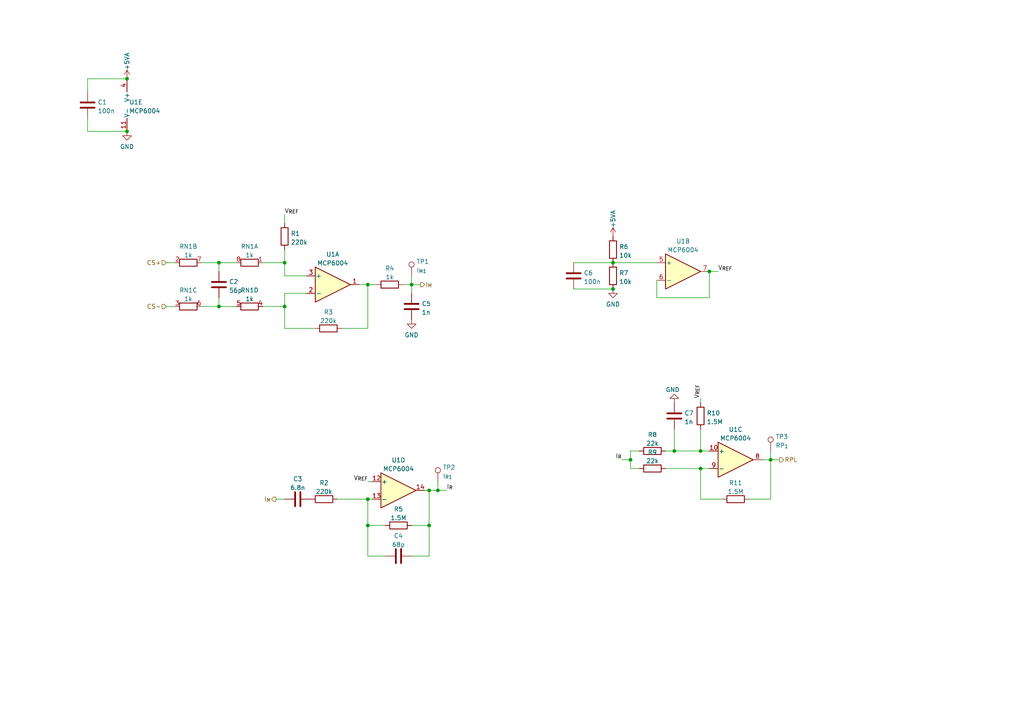
<source format=kicad_sch>
(kicad_sch (version 20230121) (generator eeschema)
  (paper "A4")
  (lib_symbols
    (symbol "Amplifier_Operational:MCP6004" (pin_names (offset 0.127))
      (property "Reference" "U" (at 0 5.08 0))
      (property "Value" "MCP6004" (at 0 -5.08 0))
      (symbol "MCP6004_1_1"
        (polyline (pts (xy -5.08 5.08) (xy 5.08 0) (xy -5.08 -5.08) (xy -5.08 5.08)) (stroke (width 0.254)) (fill (type background)))
        (pin output line (at 7.62 0 180) (length 2.54) (name "~") (number "1"))
        (pin input line (at -7.62 -2.54 0) (length 2.54) (name "-") (number "2"))
        (pin input line (at -7.62 2.54 0) (length 2.54) (name "+") (number "3"))
      )
      (symbol "MCP6004_2_1"
        (polyline (pts (xy -5.08 5.08) (xy 5.08 0) (xy -5.08 -5.08) (xy -5.08 5.08)) (stroke (width 0.254)) (fill (type background)))
        (pin input line (at -7.62 2.54 0) (length 2.54) (name "+") (number "5"))
        (pin input line (at -7.62 -2.54 0) (length 2.54) (name "-") (number "6"))
        (pin output line (at 7.62 0 180) (length 2.54) (name "~") (number "7"))
      )
      (symbol "MCP6004_3_1"
        (polyline (pts (xy -5.08 5.08) (xy 5.08 0) (xy -5.08 -5.08) (xy -5.08 5.08)) (stroke (width 0.254)) (fill (type background)))
        (pin input line (at -7.62 2.54 0) (length 2.54) (name "+") (number "10"))
        (pin output line (at 7.62 0 180) (length 2.54) (name "~") (number "8"))
        (pin input line (at -7.62 -2.54 0) (length 2.54) (name "-") (number "9"))
      )
      (symbol "MCP6004_4_1"
        (polyline (pts (xy -5.08 5.08) (xy 5.08 0) (xy -5.08 -5.08) (xy -5.08 5.08)) (stroke (width 0.254)) (fill (type background)))
        (pin input line (at -7.62 2.54 0) (length 2.54) (name "+") (number "12"))
        (pin input line (at -7.62 -2.54 0) (length 2.54) (name "-") (number "13"))
        (pin output line (at 7.62 0 180) (length 2.54) (name "~") (number "14"))
      )
      (symbol "MCP6004_5_1"
        (pin power_in line (at -2.54 -7.62 90) (length 3.81) (name "V-") (number "11"))
        (pin power_in line (at -2.54 7.62 270) (length 3.81) (name "V+") (number "4"))
      )
    )
    (symbol "Connector:TestPoint" (pin_numbers hide) (pin_names (offset 0.762) hide)
      (property "Reference" "TP" (at 0 6.858 0))
      (property "Value" "TestPoint" (at 0 5.08 0))
      (symbol "TestPoint_0_1"
        (circle (center 0 3.302) (radius 0.762))
      )
      (symbol "TestPoint_1_1"
        (pin passive line (at 0 0 90) (length 2.54) (name "1") (number "1"))
      )
    )
    (symbol "Device:C" (pin_numbers hide) (pin_names (offset 0.254))
      (property "Reference" "C" (at 0.635 2.54 0))
      (property "Value" "C" (at 0.635 -2.54 0))
      (symbol "C_0_1"
        (polyline (pts (xy -2.032 -0.762) (xy 2.032 -0.762)) (stroke (width 0.508)))
        (polyline (pts (xy -2.032 0.762) (xy 2.032 0.762)) (stroke (width 0.508)))
      )
      (symbol "C_1_1"
        (pin passive line (at 0 3.81 270) (length 2.794) (name "~") (number "1"))
        (pin passive line (at 0 -3.81 90) (length 2.794) (name "~") (number "2"))
      )
    )
    (symbol "Device:R" (pin_numbers hide) (pin_names (offset 0))
      (property "Reference" "R" (at 2.032 0 90))
      (property "Value" "R" (at 0 0 90))
      (symbol "R_0_1"
        (rectangle (start -1.016 -2.54) (end 1.016 2.54) (stroke (width 0.254)))
      )
      (symbol "R_1_1"
        (pin passive line (at 0 3.81 270) (length 1.27) (name "~") (number "1"))
        (pin passive line (at 0 -3.81 90) (length 1.27) (name "~") (number "2"))
      )
    )
    (symbol "Device:R_Pack04_Split" (pin_names (offset 0) hide)
      (property "Reference" "RN" (at 2.032 0 90))
      (property "Value" "R_Pack04_Split" (at 0 0 90))
      (symbol "R_Pack04_Split_0_1"
        (rectangle (start 1.016 2.54) (end -1.016 -2.54) (stroke (width 0.254)))
      )
      (symbol "R_Pack04_Split_1_1"
        (pin passive line (at 0 -3.81 90) (length 1.27) (name "R1.1") (number "1"))
        (pin passive line (at 0 3.81 270) (length 1.27) (name "R1.2") (number "8"))
      )
      (symbol "R_Pack04_Split_2_1"
        (pin passive line (at 0 -3.81 90) (length 1.27) (name "R2.1") (number "2"))
        (pin passive line (at 0 3.81 270) (length 1.27) (name "R2.2") (number "7"))
      )
      (symbol "R_Pack04_Split_3_1"
        (pin passive line (at 0 -3.81 90) (length 1.27) (name "R3.1") (number "3"))
        (pin passive line (at 0 3.81 270) (length 1.27) (name "R3.2") (number "6"))
      )
      (symbol "R_Pack04_Split_4_1"
        (pin passive line (at 0 -3.81 90) (length 1.27) (name "R4.1") (number "4"))
        (pin passive line (at 0 3.81 270) (length 1.27) (name "R4.2") (number "5"))
      )
    )
    (symbol "power:+5VA" (power) (pin_names (offset 0))
      (property "Value" "+5VA" (at 0 3.556 0))
      (symbol "+5VA_0_1"
        (polyline (pts (xy -0.762 1.27) (xy 0 2.54)))
        (polyline (pts (xy 0 0) (xy 0 2.54)))
        (polyline (pts (xy 0 2.54) (xy 0.762 1.27)))
      )
      (symbol "+5VA_1_1"
        (pin power_in line (at 0 0 90) (length 0) hide (name "+5VA") (number "1"))
      )
    )
    (symbol "power:GND" (power) (pin_names (offset 0))
      (property "Value" "GND" (at 0 -3.81 0))
      (symbol "GND_0_1"
        (polyline (pts (xy 0 0) (xy 0 -1.27) (xy 1.27 -1.27) (xy 0 -2.54) (xy -1.27 -1.27) (xy 0 -1.27)))
      )
      (symbol "GND_1_1"
        (pin power_in line (at 0 0 270) (length 0) hide (name "GND") (number "1"))
      )
    )
  )
  (junction (at 106.68 152.4))
  (junction (at 36.83 22.86))
  (junction (at 36.83 38.1))
  (junction (at 195.58 130.81))
  (junction (at 63.5 76.2))
  (junction (at 223.52 133.35))
  (junction (at 127 142.24))
  (junction (at 124.46 142.24))
  (junction (at 106.68 144.78))
  (junction (at 82.55 88.9))
  (junction (at 177.8 83.82))
  (junction (at 203.2 130.81))
  (junction (at 205.74 78.74))
  (junction (at 203.2 135.89))
  (junction (at 177.8 76.2))
  (junction (at 82.55 76.2))
  (junction (at 124.46 152.4))
  (junction (at 63.5 88.9))
  (junction (at 106.68 82.55))
  (junction (at 119.38 82.55))
  (junction (at 182.88 133.35))
  (wire (pts (xy 58.42 76.2) (xy 63.5 76.2)))
  (wire (pts (xy 106.68 144.78) (xy 107.95 144.78)))
  (wire (pts (xy 223.52 144.78) (xy 223.52 133.35)))
  (wire (pts (xy 127 139.7) (xy 127 142.24)))
  (wire (pts (xy 119.38 161.29) (xy 124.46 161.29)))
  (wire (pts (xy 182.88 135.89) (xy 182.88 133.35)))
  (wire (pts (xy 124.46 142.24) (xy 127 142.24)))
  (wire (pts (xy 205.74 78.74) (xy 208.28 78.74)))
  (wire (pts (xy 195.58 130.81) (xy 203.2 130.81)))
  (wire (pts (xy 182.88 130.81) (xy 185.42 130.81)))
  (wire (pts (xy 182.88 133.35) (xy 182.88 130.81)))
  (wire (pts (xy 166.37 83.82) (xy 177.8 83.82)))
  (wire (pts (xy 185.42 135.89) (xy 182.88 135.89)))
  (wire (pts (xy 111.76 152.4) (xy 106.68 152.4)))
  (wire (pts (xy 177.8 76.2) (xy 190.5 76.2)))
  (wire (pts (xy 58.42 88.9) (xy 63.5 88.9)))
  (wire (pts (xy 106.68 82.55) (xy 104.14 82.55)))
  (wire (pts (xy 193.04 135.89) (xy 203.2 135.89)))
  (wire (pts (xy 82.55 72.39) (xy 82.55 76.2)))
  (wire (pts (xy 111.76 161.29) (xy 106.68 161.29)))
  (wire (pts (xy 203.2 115.57) (xy 203.2 116.84)))
  (wire (pts (xy 82.55 76.2) (xy 82.55 80.01)))
  (wire (pts (xy 209.55 144.78) (xy 203.2 144.78)))
  (wire (pts (xy 80.01 144.78) (xy 82.55 144.78)))
  (wire (pts (xy 106.68 161.29) (xy 106.68 152.4)))
  (wire (pts (xy 97.79 144.78) (xy 106.68 144.78)))
  (wire (pts (xy 63.5 76.2) (xy 63.5 78.74)))
  (wire (pts (xy 119.38 82.55) (xy 121.92 82.55)))
  (wire (pts (xy 99.06 95.25) (xy 106.68 95.25)))
  (wire (pts (xy 217.17 144.78) (xy 223.52 144.78)))
  (wire (pts (xy 82.55 88.9) (xy 76.2 88.9)))
  (wire (pts (xy 124.46 161.29) (xy 124.46 152.4)))
  (wire (pts (xy 203.2 124.46) (xy 203.2 130.81)))
  (wire (pts (xy 48.26 76.2) (xy 50.8 76.2)))
  (wire (pts (xy 223.52 133.35) (xy 220.98 133.35)))
  (wire (pts (xy 63.5 76.2) (xy 68.58 76.2)))
  (wire (pts (xy 223.52 130.81) (xy 223.52 133.35)))
  (wire (pts (xy 25.4 22.86) (xy 36.83 22.86)))
  (wire (pts (xy 203.2 130.81) (xy 205.74 130.81)))
  (wire (pts (xy 63.5 86.36) (xy 63.5 88.9)))
  (wire (pts (xy 106.68 95.25) (xy 106.68 82.55)))
  (wire (pts (xy 25.4 34.29) (xy 25.4 38.1)))
  (wire (pts (xy 63.5 88.9) (xy 68.58 88.9)))
  (wire (pts (xy 124.46 142.24) (xy 123.19 142.24)))
  (wire (pts (xy 190.5 81.28) (xy 190.5 86.36)))
  (wire (pts (xy 25.4 26.67) (xy 25.4 22.86)))
  (wire (pts (xy 190.5 86.36) (xy 205.74 86.36)))
  (wire (pts (xy 119.38 85.09) (xy 119.38 82.55)))
  (wire (pts (xy 195.58 124.46) (xy 195.58 130.81)))
  (wire (pts (xy 48.26 88.9) (xy 50.8 88.9)))
  (wire (pts (xy 119.38 152.4) (xy 124.46 152.4)))
  (wire (pts (xy 106.68 152.4) (xy 106.68 144.78)))
  (wire (pts (xy 82.55 80.01) (xy 88.9 80.01)))
  (wire (pts (xy 180.34 133.35) (xy 182.88 133.35)))
  (wire (pts (xy 166.37 76.2) (xy 177.8 76.2)))
  (wire (pts (xy 193.04 130.81) (xy 195.58 130.81)))
  (wire (pts (xy 127 142.24) (xy 129.54 142.24)))
  (wire (pts (xy 223.52 133.35) (xy 226.06 133.35)))
  (wire (pts (xy 119.38 82.55) (xy 116.84 82.55)))
  (wire (pts (xy 76.2 76.2) (xy 82.55 76.2)))
  (wire (pts (xy 119.38 80.01) (xy 119.38 82.55)))
  (wire (pts (xy 82.55 85.09) (xy 82.55 88.9)))
  (wire (pts (xy 106.68 139.7) (xy 107.95 139.7)))
  (wire (pts (xy 203.2 144.78) (xy 203.2 135.89)))
  (wire (pts (xy 82.55 88.9) (xy 82.55 95.25)))
  (wire (pts (xy 88.9 85.09) (xy 82.55 85.09)))
  (wire (pts (xy 205.74 86.36) (xy 205.74 78.74)))
  (wire (pts (xy 91.44 95.25) (xy 82.55 95.25)))
  (wire (pts (xy 106.68 82.55) (xy 109.22 82.55)))
  (wire (pts (xy 203.2 135.89) (xy 205.74 135.89)))
  (wire (pts (xy 82.55 62.23) (xy 82.55 64.77)))
  (wire (pts (xy 124.46 152.4) (xy 124.46 142.24)))
  (wire (pts (xy 25.4 38.1) (xy 36.83 38.1)))
  (label "V_{REF}" (at 203.2 115.57 90))
  (label "V_{REF}" (at 208.28 78.74 0))
  (label "I_{R}" (at 180.34 133.35 180))
  (label "I_{R}" (at 129.54 142.24 0))
  (label "V_{REF}" (at 106.68 139.7 180))
  (label "V_{REF}" (at 82.55 62.23 0))
  (hierarchical_label "RPL" (shape output) (at 226.06 133.35 0))
  (hierarchical_label "I_{M}" (shape output) (at 80.01 144.78 180))
  (hierarchical_label "I_{M}" (shape output) (at 121.92 82.55 0))
  (hierarchical_label "CS-" (shape input) (at 48.26 88.9 180))
  (hierarchical_label "CS+" (shape input) (at 48.26 76.2 180))
  (symbol (lib_id "Device:R") (at 189.23 135.89 90) (unit 1)
    (property "Reference" "R9" (at 189.23 131.1742 90))
    (property "Value" "22k" (at 189.23 133.7111 90))
    (property "Footprint" "Resistor_SMD:R_0402_1005Metric" (effects hide))
  )
  (symbol (lib_id "power:GND") (at 36.83 38.1 0) (unit 1)
    (property "Reference" "#PWR02" (effects hide))
    (property "Value" "GND" (at 36.83 42.5434 0))
  )
  (symbol (lib_id "Amplifier_Operational:MCP6004") (at 198.12 78.74 0) (unit 2)
    (property "Reference" "U1" (at 198.12 69.9602 0))
    (property "Value" "MCP6004" (at 198.12 72.4971 0))
    (property "Footprint" "Package_SO:TSSOP-14_4.4x5mm_P0.65mm" (effects hide))
    (property "Datasheet" "http://ww1.microchip.com/downloads/en/DeviceDoc/21733j.pdf" (effects hide))
  )
  (symbol (lib_id "power:GND") (at 177.8 83.82 0) (unit 1)
    (property "Reference" "#PWR05" (effects hide))
    (property "Value" "GND" (at 177.8 88.2634 0))
  )
  (symbol (lib_id "Amplifier_Operational:MCP6004") (at 115.57 142.24 0) (unit 4)
    (property "Reference" "U1" (at 115.57 133.4602 0))
    (property "Value" "MCP6004" (at 115.57 135.9971 0))
    (property "Footprint" "Package_SO:TSSOP-14_4.4x5mm_P0.65mm" (effects hide))
    (property "Datasheet" "http://ww1.microchip.com/downloads/en/DeviceDoc/21733j.pdf" (effects hide))
  )
  (symbol (lib_id "power:GND") (at 195.58 116.84 180) (unit 1)
    (property "Reference" "#PWR06" (effects hide))
    (property "Value" "GND" (at 193.04 113.03 0) (effects (justify right)))
  )
  (symbol (lib_id "Connector:TestPoint") (at 127 139.7 0) (unit 1)
    (property "Reference" "TP2" (at 128.397 135.5633 0) (effects (justify left)))
    (property "Value" "I_{R1}" (at 128.397 138.1002 0) (effects (justify left)))
    (property "Footprint" "prj_lib:TestPoint_THTPad_D1.0mm_Drill0.5mm" (effects hide))
  )
  (symbol (lib_id "Device:R") (at 203.2 120.65 180) (unit 1)
    (property "Reference" "R10" (at 204.978 119.8153 0) (effects (justify right)))
    (property "Value" "1.5M" (at 204.978 122.3522 0) (effects (justify right)))
    (property "Footprint" "Resistor_SMD:R_0402_1005Metric" (effects hide))
  )
  (symbol (lib_id "Amplifier_Operational:MCP6004") (at 96.52 82.55 0) (unit 1)
    (property "Reference" "U1" (at 96.52 73.7702 0))
    (property "Value" "MCP6004" (at 96.52 76.3071 0))
    (property "Footprint" "Package_SO:TSSOP-14_4.4x5mm_P0.65mm" (effects hide))
    (property "Datasheet" "http://ww1.microchip.com/downloads/en/DeviceDoc/21733j.pdf" (effects hide))
  )
  (symbol (lib_id "Device:R") (at 213.36 144.78 270) (unit 1)
    (property "Reference" "R11" (at 213.36 140.0642 90))
    (property "Value" "1.5M" (at 213.36 142.6011 90))
    (property "Footprint" "Resistor_SMD:R_0402_1005Metric" (effects hide))
  )
  (symbol (lib_id "Device:R") (at 113.03 82.55 90) (unit 1)
    (property "Reference" "R4" (at 113.03 77.8342 90))
    (property "Value" "1k" (at 113.03 80.3711 90))
    (property "Footprint" "Resistor_SMD:R_0402_1005Metric" (effects hide))
  )
  (symbol (lib_id "Connector:TestPoint") (at 119.38 80.01 0) (unit 1)
    (property "Reference" "TP1" (at 120.777 75.8733 0) (effects (justify left)))
    (property "Value" "I_{M1}" (at 120.777 78.4102 0) (effects (justify left)))
    (property "Footprint" "prj_lib:TestPoint_THTPad_D1.0mm_Drill0.5mm" (effects hide))
  )
  (symbol (lib_id "Connector:TestPoint") (at 223.52 130.81 0) (unit 1)
    (property "Reference" "TP3" (at 224.917 126.6733 0) (effects (justify left)))
    (property "Value" "RP_{1}" (at 224.917 129.2102 0) (effects (justify left)))
    (property "Footprint" "prj_lib:TestPoint_THTPad_D1.0mm_Drill0.5mm" (effects hide))
  )
  (symbol (lib_id "Device:R") (at 95.25 95.25 90) (unit 1)
    (property "Reference" "R3" (at 95.25 90.5342 90))
    (property "Value" "220k" (at 95.25 93.0711 90))
    (property "Footprint" "Resistor_SMD:R_0402_1005Metric" (effects hide))
  )
  (symbol (lib_id "Device:R_Pack04_Split") (at 54.61 76.2 270) (unit 2)
    (property "Reference" "RN1" (at 54.61 71.4842 90))
    (property "Value" "1k" (at 54.61 74.0211 90))
    (property "Footprint" "Resistor_SMD:R_Array_Convex_4x0402" (effects hide))
  )
  (symbol (lib_id "Amplifier_Operational:MCP6004") (at 213.36 133.35 0) (unit 3)
    (property "Reference" "U1" (at 213.36 124.5702 0))
    (property "Value" "MCP6004" (at 213.36 127.1071 0))
    (property "Footprint" "Package_SO:TSSOP-14_4.4x5mm_P0.65mm" (effects hide))
    (property "Datasheet" "http://ww1.microchip.com/downloads/en/DeviceDoc/21733j.pdf" (effects hide))
  )
  (symbol (lib_id "Device:R_Pack04_Split") (at 54.61 88.9 270) (unit 3)
    (property "Reference" "RN1" (at 54.61 84.1842 90))
    (property "Value" "1k" (at 54.61 86.7211 90))
    (property "Footprint" "Resistor_SMD:R_Array_Convex_4x0402" (effects hide))
  )
  (symbol (lib_id "power:GND") (at 119.38 92.71 0) (unit 1)
    (property "Reference" "#PWR03" (effects hide))
    (property "Value" "GND" (at 119.38 97.1534 0))
  )
  (symbol (lib_id "Device:R") (at 82.55 68.58 180) (unit 1)
    (property "Reference" "R1" (at 84.328 67.7453 0) (effects (justify right)))
    (property "Value" "220k" (at 84.328 70.2822 0) (effects (justify right)))
    (property "Footprint" "Resistor_SMD:R_0402_1005Metric" (effects hide))
  )
  (symbol (lib_id "Device:C") (at 86.36 144.78 90) (unit 1)
    (property "Reference" "C3" (at 86.36 138.9212 90))
    (property "Value" "6.8n" (at 86.36 141.4581 90))
    (property "Footprint" "Capacitor_SMD:C_0402_1005Metric" (effects hide))
  )
  (symbol (lib_id "Device:C") (at 115.57 161.29 90) (unit 1)
    (property "Reference" "C4" (at 115.57 155.4312 90))
    (property "Value" "68p" (at 115.57 157.9681 90))
    (property "Footprint" "Capacitor_SMD:C_0402_1005Metric" (effects hide))
  )
  (symbol (lib_id "Device:R") (at 177.8 80.01 180) (unit 1)
    (property "Reference" "R7" (at 179.578 79.1753 0) (effects (justify right)))
    (property "Value" "10k" (at 179.578 81.7122 0) (effects (justify right)))
    (property "Footprint" "Resistor_SMD:R_0402_1005Metric" (effects hide))
  )
  (symbol (lib_id "Device:C") (at 25.4 30.48 0) (unit 1)
    (property "Reference" "C1" (at 28.321 29.6453 0) (effects (justify left)))
    (property "Value" "100n" (at 28.321 32.1822 0) (effects (justify left)))
    (property "Footprint" "Capacitor_SMD:C_0402_1005Metric" (effects hide))
  )
  (symbol (lib_id "Device:R") (at 189.23 130.81 90) (unit 1)
    (property "Reference" "R8" (at 189.23 126.0942 90))
    (property "Value" "22k" (at 189.23 128.6311 90))
    (property "Footprint" "Resistor_SMD:R_0402_1005Metric" (effects hide))
  )
  (symbol (lib_id "Device:C") (at 166.37 80.01 0) (unit 1)
    (property "Reference" "C6" (at 169.291 79.1753 0) (effects (justify left)))
    (property "Value" "100n" (at 169.291 81.7122 0) (effects (justify left)))
    (property "Footprint" "Capacitor_SMD:C_0402_1005Metric" (effects hide))
  )
  (symbol (lib_id "Device:R") (at 115.57 152.4 90) (unit 1)
    (property "Reference" "R5" (at 115.57 147.6842 90))
    (property "Value" "1.5M" (at 115.57 150.2211 90))
    (property "Footprint" "Resistor_SMD:R_0402_1005Metric" (effects hide))
  )
  (symbol (lib_id "Device:R") (at 93.98 144.78 90) (unit 1)
    (property "Reference" "R2" (at 93.98 140.0642 90))
    (property "Value" "220k" (at 93.98 142.6011 90))
    (property "Footprint" "Resistor_SMD:R_0402_1005Metric" (effects hide))
  )
  (symbol (lib_id "Device:C") (at 195.58 120.65 0) (unit 1)
    (property "Reference" "C7" (at 198.501 119.8153 0) (effects (justify left)))
    (property "Value" "1n" (at 198.501 122.3522 0) (effects (justify left)))
    (property "Footprint" "Capacitor_SMD:C_0402_1005Metric" (effects hide))
  )
  (symbol (lib_id "Device:C") (at 63.5 82.55 0) (unit 1)
    (property "Reference" "C2" (at 66.421 81.7153 0) (effects (justify left)))
    (property "Value" "56p" (at 66.421 84.2522 0) (effects (justify left)))
    (property "Footprint" "Capacitor_SMD:C_0402_1005Metric" (effects hide))
  )
  (symbol (lib_id "Amplifier_Operational:MCP6004") (at 39.37 30.48 0) (unit 5)
    (property "Reference" "U1" (at 37.465 29.6453 0) (effects (justify left)))
    (property "Value" "MCP6004" (at 37.465 32.1822 0) (effects (justify left)))
    (property "Footprint" "Package_SO:TSSOP-14_4.4x5mm_P0.65mm" (effects hide))
    (property "Datasheet" "http://ww1.microchip.com/downloads/en/DeviceDoc/21733j.pdf" (effects hide))
  )
  (symbol (lib_id "Device:R_Pack04_Split") (at 72.39 76.2 90) (unit 1)
    (property "Reference" "RN1" (at 72.39 71.4842 90))
    (property "Value" "1k" (at 72.39 74.0211 90))
    (property "Footprint" "Resistor_SMD:R_Array_Convex_4x0402" (effects hide))
  )
  (symbol (lib_id "power:+5VA") (at 177.8 68.58 0) (unit 1)
    (property "Reference" "#PWR04" (effects hide))
    (property "Value" "+5VA" (at 177.8 63.5 90))
  )
  (symbol (lib_id "Device:C") (at 119.38 88.9 0) (unit 1)
    (property "Reference" "C5" (at 122.301 88.0653 0) (effects (justify left)))
    (property "Value" "1n" (at 122.301 90.6022 0) (effects (justify left)))
    (property "Footprint" "Capacitor_SMD:C_0402_1005Metric" (effects hide))
  )
  (symbol (lib_id "Device:R_Pack04_Split") (at 72.39 88.9 90) (unit 4)
    (property "Reference" "RN1" (at 72.39 84.1842 90))
    (property "Value" "1k" (at 72.39 86.7211 90))
    (property "Footprint" "Resistor_SMD:R_Array_Convex_4x0402" (effects hide))
  )
  (symbol (lib_id "Device:R") (at 177.8 72.39 180) (unit 1)
    (property "Reference" "R6" (at 179.578 71.5553 0) (effects (justify right)))
    (property "Value" "10k" (at 179.578 74.0922 0) (effects (justify right)))
    (property "Footprint" "Resistor_SMD:R_0402_1005Metric" (effects hide))
  )
  (symbol (lib_id "power:+5VA") (at 36.83 22.86 0) (unit 1)
    (property "Reference" "#PWR01" (effects hide))
    (property "Value" "+5VA" (at 36.83 17.78 90))
  )
)
</source>
